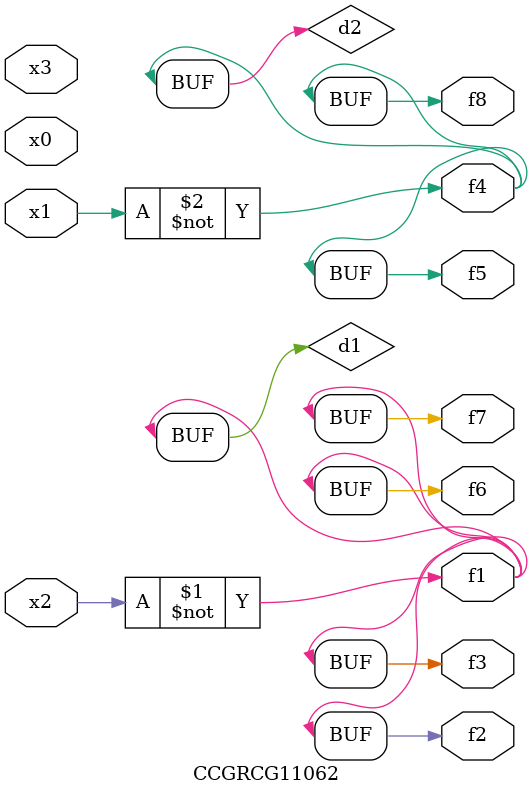
<source format=v>
module CCGRCG11062(
	input x0, x1, x2, x3,
	output f1, f2, f3, f4, f5, f6, f7, f8
);

	wire d1, d2;

	xnor (d1, x2);
	not (d2, x1);
	assign f1 = d1;
	assign f2 = d1;
	assign f3 = d1;
	assign f4 = d2;
	assign f5 = d2;
	assign f6 = d1;
	assign f7 = d1;
	assign f8 = d2;
endmodule

</source>
